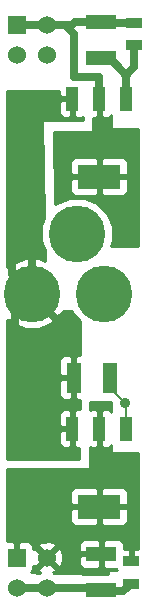
<source format=gtl>
G04 (created by PCBNEW-RS274X (2012-01-19 BZR 3256)-stable) date 15/02/2013 12:54:05*
G01*
G70*
G90*
%MOIN*%
G04 Gerber Fmt 3.4, Leading zero omitted, Abs format*
%FSLAX34Y34*%
G04 APERTURE LIST*
%ADD10C,0.006000*%
%ADD11R,0.050000X0.100000*%
%ADD12R,0.100000X0.050000*%
%ADD13R,0.055000X0.035000*%
%ADD14R,0.060000X0.060000*%
%ADD15C,0.060000*%
%ADD16R,0.144000X0.080000*%
%ADD17R,0.040000X0.080000*%
%ADD18C,0.189000*%
%ADD19C,0.035000*%
%ADD20C,0.025000*%
%ADD21C,0.008000*%
%ADD22C,0.010000*%
G04 APERTURE END LIST*
G54D10*
G54D11*
X68400Y-46250D03*
X69600Y-46250D03*
G54D12*
X69300Y-34400D03*
X69300Y-35600D03*
X69320Y-52130D03*
X69320Y-53330D03*
G54D13*
X70320Y-52375D03*
X70320Y-53125D03*
X70400Y-34425D03*
X70400Y-35175D03*
G54D14*
X66500Y-34500D03*
G54D15*
X66500Y-35500D03*
X67500Y-34500D03*
X67500Y-35500D03*
G54D14*
X66500Y-52250D03*
G54D15*
X66500Y-53250D03*
X67500Y-52250D03*
X67500Y-53250D03*
G54D16*
X69250Y-39550D03*
G54D17*
X69250Y-36950D03*
X68350Y-36950D03*
X70150Y-36950D03*
G54D16*
X69250Y-50550D03*
G54D17*
X69250Y-47950D03*
X68350Y-47950D03*
X70150Y-47950D03*
G54D18*
X69400Y-43450D03*
X67000Y-43450D03*
X68500Y-41450D03*
G54D19*
X70100Y-47100D03*
X70150Y-36150D03*
G54D20*
X68450Y-34400D02*
X68350Y-34500D01*
X68400Y-34800D02*
X68100Y-34500D01*
X68400Y-36225D02*
X68400Y-34800D01*
X68100Y-34500D02*
X67500Y-34500D01*
X66500Y-34500D02*
X67500Y-34500D01*
X69225Y-36225D02*
X68400Y-36225D01*
X69250Y-36950D02*
X69225Y-36225D01*
X67500Y-34500D02*
X68350Y-34500D01*
X69325Y-34425D02*
X69300Y-34400D01*
X70400Y-34425D02*
X69325Y-34425D01*
X69300Y-34400D02*
X68450Y-34400D01*
X70150Y-36150D02*
X70400Y-35900D01*
X66500Y-53250D02*
X67500Y-53250D01*
G54D21*
X70150Y-47150D02*
X70100Y-47100D01*
G54D20*
X69500Y-35500D02*
X70150Y-36150D01*
X70025Y-53350D02*
X70320Y-53125D01*
G54D21*
X70150Y-47950D02*
X70150Y-47150D01*
G54D20*
X68900Y-53250D02*
X69320Y-53330D01*
X70400Y-35900D02*
X70400Y-35175D01*
X69320Y-53330D02*
X70025Y-53350D01*
G54D21*
X69600Y-46600D02*
X70100Y-47100D01*
G54D20*
X69300Y-35600D02*
X69500Y-35500D01*
G54D21*
X69600Y-46600D02*
X69600Y-46250D01*
G54D20*
X70150Y-36950D02*
X70150Y-36150D01*
X67500Y-53250D02*
X68900Y-53250D01*
G54D21*
X67000Y-41650D02*
X66950Y-41600D01*
X67000Y-43450D02*
X67000Y-41650D01*
G54D20*
X67000Y-42000D02*
X67050Y-41950D01*
X67000Y-43450D02*
X67000Y-42000D01*
X66350Y-42800D02*
X67000Y-43450D01*
X66350Y-42250D02*
X66350Y-42800D01*
X66450Y-44000D02*
X67000Y-43450D01*
X66450Y-44850D02*
X66450Y-44000D01*
X67000Y-43500D02*
X67900Y-44400D01*
X67900Y-44400D02*
X67900Y-44450D01*
X67000Y-43450D02*
X67000Y-43500D01*
G54D10*
G36*
X67475Y-43996D02*
X67035Y-43556D01*
X67000Y-43521D01*
X66929Y-43450D01*
X67000Y-43379D01*
X67071Y-43450D01*
X67106Y-43485D01*
X67472Y-43851D01*
X67475Y-43996D01*
X67475Y-43996D01*
G37*
G54D22*
X67475Y-43996D02*
X67035Y-43556D01*
X67000Y-43521D01*
X66929Y-43450D01*
X67000Y-43379D01*
X67071Y-43450D01*
X67106Y-43485D01*
X67472Y-43851D01*
X67475Y-43996D01*
G54D10*
G36*
X68621Y-44361D02*
X68610Y-45500D01*
X68512Y-45500D01*
X68450Y-45562D01*
X68450Y-46150D01*
X68450Y-46200D01*
X68450Y-46300D01*
X68450Y-46350D01*
X68450Y-46938D01*
X68512Y-47000D01*
X68594Y-46999D01*
X68591Y-47300D01*
X68462Y-47300D01*
X68400Y-47362D01*
X68400Y-47850D01*
X68400Y-47900D01*
X68400Y-48000D01*
X68400Y-48050D01*
X68400Y-48538D01*
X68462Y-48600D01*
X68578Y-48599D01*
X68575Y-48950D01*
X68350Y-48950D01*
X68350Y-46938D01*
X68350Y-46300D01*
X68350Y-46200D01*
X68350Y-45562D01*
X68288Y-45500D01*
X68101Y-45501D01*
X68009Y-45539D01*
X67939Y-45609D01*
X67901Y-45700D01*
X67901Y-45799D01*
X67900Y-46138D01*
X67962Y-46200D01*
X68350Y-46200D01*
X68350Y-46300D01*
X67962Y-46300D01*
X67900Y-46362D01*
X67901Y-46701D01*
X67901Y-46800D01*
X67939Y-46891D01*
X68009Y-46961D01*
X68101Y-46999D01*
X68288Y-47000D01*
X68350Y-46938D01*
X68350Y-48950D01*
X68300Y-48950D01*
X68300Y-48538D01*
X68300Y-48000D01*
X68300Y-47900D01*
X68300Y-47362D01*
X68238Y-47300D01*
X68101Y-47301D01*
X68009Y-47339D01*
X67939Y-47409D01*
X67901Y-47500D01*
X67901Y-47599D01*
X67900Y-47838D01*
X67962Y-47900D01*
X68300Y-47900D01*
X68300Y-48000D01*
X67962Y-48000D01*
X67900Y-48062D01*
X67901Y-48301D01*
X67901Y-48400D01*
X67939Y-48491D01*
X68009Y-48561D01*
X68101Y-48599D01*
X68238Y-48600D01*
X68300Y-48538D01*
X68300Y-48950D01*
X66175Y-48950D01*
X66175Y-44346D01*
X66210Y-44381D01*
X66263Y-44327D01*
X66340Y-44444D01*
X66770Y-44622D01*
X67236Y-44621D01*
X67660Y-44444D01*
X67764Y-44285D01*
X67504Y-44025D01*
X67646Y-44025D01*
X67835Y-44214D01*
X67994Y-44110D01*
X68029Y-44025D01*
X68345Y-44025D01*
X68387Y-44126D01*
X68621Y-44361D01*
X68621Y-44361D01*
G37*
G54D22*
X68621Y-44361D02*
X68610Y-45500D01*
X68512Y-45500D01*
X68450Y-45562D01*
X68450Y-46150D01*
X68450Y-46200D01*
X68450Y-46300D01*
X68450Y-46350D01*
X68450Y-46938D01*
X68512Y-47000D01*
X68594Y-46999D01*
X68591Y-47300D01*
X68462Y-47300D01*
X68400Y-47362D01*
X68400Y-47850D01*
X68400Y-47900D01*
X68400Y-48000D01*
X68400Y-48050D01*
X68400Y-48538D01*
X68462Y-48600D01*
X68578Y-48599D01*
X68575Y-48950D01*
X68350Y-48950D01*
X68350Y-46938D01*
X68350Y-46300D01*
X68350Y-46200D01*
X68350Y-45562D01*
X68288Y-45500D01*
X68101Y-45501D01*
X68009Y-45539D01*
X67939Y-45609D01*
X67901Y-45700D01*
X67901Y-45799D01*
X67900Y-46138D01*
X67962Y-46200D01*
X68350Y-46200D01*
X68350Y-46300D01*
X67962Y-46300D01*
X67900Y-46362D01*
X67901Y-46701D01*
X67901Y-46800D01*
X67939Y-46891D01*
X68009Y-46961D01*
X68101Y-46999D01*
X68288Y-47000D01*
X68350Y-46938D01*
X68350Y-48950D01*
X68300Y-48950D01*
X68300Y-48538D01*
X68300Y-48000D01*
X68300Y-47900D01*
X68300Y-47362D01*
X68238Y-47300D01*
X68101Y-47301D01*
X68009Y-47339D01*
X67939Y-47409D01*
X67901Y-47500D01*
X67901Y-47599D01*
X67900Y-47838D01*
X67962Y-47900D01*
X68300Y-47900D01*
X68300Y-48000D01*
X67962Y-48000D01*
X67900Y-48062D01*
X67901Y-48301D01*
X67901Y-48400D01*
X67939Y-48491D01*
X68009Y-48561D01*
X68101Y-48599D01*
X68238Y-48600D01*
X68300Y-48538D01*
X68300Y-48950D01*
X66175Y-48950D01*
X66175Y-44346D01*
X66210Y-44381D01*
X66263Y-44327D01*
X66340Y-44444D01*
X66770Y-44622D01*
X67236Y-44621D01*
X67660Y-44444D01*
X67764Y-44285D01*
X67504Y-44025D01*
X67646Y-44025D01*
X67835Y-44214D01*
X67994Y-44110D01*
X68029Y-44025D01*
X68345Y-44025D01*
X68387Y-44126D01*
X68621Y-44361D01*
G54D10*
G36*
X68700Y-37650D02*
X68300Y-37650D01*
X68300Y-37538D01*
X68300Y-37000D01*
X67962Y-37000D01*
X67900Y-37062D01*
X67901Y-37301D01*
X67901Y-37400D01*
X67939Y-37491D01*
X68009Y-37561D01*
X68101Y-37599D01*
X68238Y-37600D01*
X68300Y-37538D01*
X68300Y-37650D01*
X67349Y-37650D01*
X67414Y-40947D01*
X67305Y-41212D01*
X67305Y-41687D01*
X67435Y-42002D01*
X67442Y-42366D01*
X67230Y-42278D01*
X66764Y-42279D01*
X66340Y-42456D01*
X66263Y-42572D01*
X66210Y-42519D01*
X66175Y-42554D01*
X66175Y-36700D01*
X67900Y-36700D01*
X67900Y-36838D01*
X67962Y-36900D01*
X68250Y-36900D01*
X68300Y-36900D01*
X68400Y-36900D01*
X68400Y-37000D01*
X68400Y-37050D01*
X68400Y-37538D01*
X68462Y-37600D01*
X68599Y-37599D01*
X68691Y-37561D01*
X68700Y-37552D01*
X68700Y-37650D01*
X68700Y-37650D01*
G37*
G54D22*
X68700Y-37650D02*
X68300Y-37650D01*
X68300Y-37538D01*
X68300Y-37000D01*
X67962Y-37000D01*
X67900Y-37062D01*
X67901Y-37301D01*
X67901Y-37400D01*
X67939Y-37491D01*
X68009Y-37561D01*
X68101Y-37599D01*
X68238Y-37600D01*
X68300Y-37538D01*
X68300Y-37650D01*
X67349Y-37650D01*
X67414Y-40947D01*
X67305Y-41212D01*
X67305Y-41687D01*
X67435Y-42002D01*
X67442Y-42366D01*
X67230Y-42278D01*
X66764Y-42279D01*
X66340Y-42456D01*
X66263Y-42572D01*
X66210Y-42519D01*
X66175Y-42554D01*
X66175Y-36700D01*
X67900Y-36700D01*
X67900Y-36838D01*
X67962Y-36900D01*
X68250Y-36900D01*
X68300Y-36900D01*
X68400Y-36900D01*
X68400Y-37000D01*
X68400Y-37050D01*
X68400Y-37538D01*
X68462Y-37600D01*
X68599Y-37599D01*
X68691Y-37561D01*
X68700Y-37552D01*
X68700Y-37650D01*
G54D10*
G36*
X70525Y-51950D02*
X70432Y-51950D01*
X70370Y-52012D01*
X70370Y-52275D01*
X70370Y-52325D01*
X70370Y-52425D01*
X70270Y-52425D01*
X70270Y-52325D01*
X70270Y-52275D01*
X70270Y-52012D01*
X70220Y-51962D01*
X70220Y-50662D01*
X70220Y-50438D01*
X70219Y-50199D01*
X70219Y-50100D01*
X70181Y-50009D01*
X70111Y-49939D01*
X70019Y-49901D01*
X69362Y-49900D01*
X69300Y-49962D01*
X69300Y-50500D01*
X70158Y-50500D01*
X70220Y-50438D01*
X70220Y-50662D01*
X70158Y-50600D01*
X69300Y-50600D01*
X69300Y-51138D01*
X69362Y-51200D01*
X70019Y-51199D01*
X70111Y-51161D01*
X70181Y-51091D01*
X70219Y-51000D01*
X70219Y-50901D01*
X70220Y-50662D01*
X70220Y-51962D01*
X70208Y-51950D01*
X70094Y-51951D01*
X70069Y-51951D01*
X70069Y-51831D01*
X70031Y-51739D01*
X69961Y-51669D01*
X69870Y-51631D01*
X69771Y-51631D01*
X69432Y-51630D01*
X69370Y-51692D01*
X69370Y-52030D01*
X69370Y-52080D01*
X69370Y-52180D01*
X69370Y-52230D01*
X69370Y-52568D01*
X69432Y-52630D01*
X69771Y-52629D01*
X69808Y-52629D01*
X69827Y-52675D01*
X69550Y-52675D01*
X69550Y-52799D01*
X69270Y-52793D01*
X69270Y-52568D01*
X69270Y-52180D01*
X69270Y-52080D01*
X69270Y-51692D01*
X69208Y-51630D01*
X69200Y-51630D01*
X69200Y-51138D01*
X69200Y-50600D01*
X69200Y-50500D01*
X69200Y-49962D01*
X69138Y-49900D01*
X68481Y-49901D01*
X68389Y-49939D01*
X68319Y-50009D01*
X68281Y-50100D01*
X68281Y-50199D01*
X68280Y-50438D01*
X68342Y-50500D01*
X69200Y-50500D01*
X69200Y-50600D01*
X68342Y-50600D01*
X68280Y-50662D01*
X68281Y-50901D01*
X68281Y-51000D01*
X68319Y-51091D01*
X68389Y-51161D01*
X68481Y-51199D01*
X69138Y-51200D01*
X69200Y-51138D01*
X69200Y-51630D01*
X68869Y-51631D01*
X68770Y-51631D01*
X68679Y-51669D01*
X68609Y-51739D01*
X68571Y-51831D01*
X68570Y-52018D01*
X68632Y-52080D01*
X69270Y-52080D01*
X69270Y-52180D01*
X68632Y-52180D01*
X68570Y-52242D01*
X68571Y-52429D01*
X68609Y-52521D01*
X68679Y-52591D01*
X68770Y-52629D01*
X68869Y-52629D01*
X69208Y-52630D01*
X69270Y-52568D01*
X69270Y-52793D01*
X68043Y-52767D01*
X68043Y-52329D01*
X68032Y-52116D01*
X67972Y-51969D01*
X67878Y-51942D01*
X67808Y-52012D01*
X67808Y-51872D01*
X67781Y-51778D01*
X67579Y-51707D01*
X67366Y-51718D01*
X67219Y-51778D01*
X67192Y-51872D01*
X67500Y-52179D01*
X67808Y-51872D01*
X67808Y-52012D01*
X67571Y-52250D01*
X67878Y-52558D01*
X67972Y-52531D01*
X68043Y-52329D01*
X68043Y-52767D01*
X67754Y-52761D01*
X67719Y-52747D01*
X67781Y-52722D01*
X67808Y-52628D01*
X67500Y-52321D01*
X67192Y-52628D01*
X67219Y-52722D01*
X67284Y-52745D01*
X67269Y-52751D01*
X66957Y-52744D01*
X67011Y-52691D01*
X67049Y-52600D01*
X67049Y-52537D01*
X67122Y-52558D01*
X67429Y-52250D01*
X67122Y-51942D01*
X67049Y-51962D01*
X67049Y-51900D01*
X67011Y-51809D01*
X66941Y-51739D01*
X66849Y-51701D01*
X66612Y-51700D01*
X66550Y-51762D01*
X66550Y-52150D01*
X66550Y-52200D01*
X66550Y-52300D01*
X66450Y-52300D01*
X66450Y-52200D01*
X66450Y-52150D01*
X66450Y-51762D01*
X66388Y-51700D01*
X66175Y-51700D01*
X66175Y-49300D01*
X68951Y-49300D01*
X68942Y-48574D01*
X69001Y-48599D01*
X69138Y-48600D01*
X69200Y-48538D01*
X69200Y-48050D01*
X69200Y-48000D01*
X69200Y-47900D01*
X69200Y-47850D01*
X69200Y-47362D01*
X69138Y-47300D01*
X69001Y-47301D01*
X68928Y-47330D01*
X68926Y-47075D01*
X69650Y-47075D01*
X69650Y-47398D01*
X69591Y-47339D01*
X69499Y-47301D01*
X69362Y-47300D01*
X69300Y-47362D01*
X69300Y-47850D01*
X69300Y-47900D01*
X69300Y-48000D01*
X69300Y-48050D01*
X69300Y-48538D01*
X69362Y-48600D01*
X69499Y-48599D01*
X69591Y-48561D01*
X69650Y-48502D01*
X69650Y-48750D01*
X70525Y-48750D01*
X70525Y-51950D01*
X70525Y-51950D01*
G37*
G54D22*
X70525Y-51950D02*
X70432Y-51950D01*
X70370Y-52012D01*
X70370Y-52275D01*
X70370Y-52325D01*
X70370Y-52425D01*
X70270Y-52425D01*
X70270Y-52325D01*
X70270Y-52275D01*
X70270Y-52012D01*
X70220Y-51962D01*
X70220Y-50662D01*
X70220Y-50438D01*
X70219Y-50199D01*
X70219Y-50100D01*
X70181Y-50009D01*
X70111Y-49939D01*
X70019Y-49901D01*
X69362Y-49900D01*
X69300Y-49962D01*
X69300Y-50500D01*
X70158Y-50500D01*
X70220Y-50438D01*
X70220Y-50662D01*
X70158Y-50600D01*
X69300Y-50600D01*
X69300Y-51138D01*
X69362Y-51200D01*
X70019Y-51199D01*
X70111Y-51161D01*
X70181Y-51091D01*
X70219Y-51000D01*
X70219Y-50901D01*
X70220Y-50662D01*
X70220Y-51962D01*
X70208Y-51950D01*
X70094Y-51951D01*
X70069Y-51951D01*
X70069Y-51831D01*
X70031Y-51739D01*
X69961Y-51669D01*
X69870Y-51631D01*
X69771Y-51631D01*
X69432Y-51630D01*
X69370Y-51692D01*
X69370Y-52030D01*
X69370Y-52080D01*
X69370Y-52180D01*
X69370Y-52230D01*
X69370Y-52568D01*
X69432Y-52630D01*
X69771Y-52629D01*
X69808Y-52629D01*
X69827Y-52675D01*
X69550Y-52675D01*
X69550Y-52799D01*
X69270Y-52793D01*
X69270Y-52568D01*
X69270Y-52180D01*
X69270Y-52080D01*
X69270Y-51692D01*
X69208Y-51630D01*
X69200Y-51630D01*
X69200Y-51138D01*
X69200Y-50600D01*
X69200Y-50500D01*
X69200Y-49962D01*
X69138Y-49900D01*
X68481Y-49901D01*
X68389Y-49939D01*
X68319Y-50009D01*
X68281Y-50100D01*
X68281Y-50199D01*
X68280Y-50438D01*
X68342Y-50500D01*
X69200Y-50500D01*
X69200Y-50600D01*
X68342Y-50600D01*
X68280Y-50662D01*
X68281Y-50901D01*
X68281Y-51000D01*
X68319Y-51091D01*
X68389Y-51161D01*
X68481Y-51199D01*
X69138Y-51200D01*
X69200Y-51138D01*
X69200Y-51630D01*
X68869Y-51631D01*
X68770Y-51631D01*
X68679Y-51669D01*
X68609Y-51739D01*
X68571Y-51831D01*
X68570Y-52018D01*
X68632Y-52080D01*
X69270Y-52080D01*
X69270Y-52180D01*
X68632Y-52180D01*
X68570Y-52242D01*
X68571Y-52429D01*
X68609Y-52521D01*
X68679Y-52591D01*
X68770Y-52629D01*
X68869Y-52629D01*
X69208Y-52630D01*
X69270Y-52568D01*
X69270Y-52793D01*
X68043Y-52767D01*
X68043Y-52329D01*
X68032Y-52116D01*
X67972Y-51969D01*
X67878Y-51942D01*
X67808Y-52012D01*
X67808Y-51872D01*
X67781Y-51778D01*
X67579Y-51707D01*
X67366Y-51718D01*
X67219Y-51778D01*
X67192Y-51872D01*
X67500Y-52179D01*
X67808Y-51872D01*
X67808Y-52012D01*
X67571Y-52250D01*
X67878Y-52558D01*
X67972Y-52531D01*
X68043Y-52329D01*
X68043Y-52767D01*
X67754Y-52761D01*
X67719Y-52747D01*
X67781Y-52722D01*
X67808Y-52628D01*
X67500Y-52321D01*
X67192Y-52628D01*
X67219Y-52722D01*
X67284Y-52745D01*
X67269Y-52751D01*
X66957Y-52744D01*
X67011Y-52691D01*
X67049Y-52600D01*
X67049Y-52537D01*
X67122Y-52558D01*
X67429Y-52250D01*
X67122Y-51942D01*
X67049Y-51962D01*
X67049Y-51900D01*
X67011Y-51809D01*
X66941Y-51739D01*
X66849Y-51701D01*
X66612Y-51700D01*
X66550Y-51762D01*
X66550Y-52150D01*
X66550Y-52200D01*
X66550Y-52300D01*
X66450Y-52300D01*
X66450Y-52200D01*
X66450Y-52150D01*
X66450Y-51762D01*
X66388Y-51700D01*
X66175Y-51700D01*
X66175Y-49300D01*
X68951Y-49300D01*
X68942Y-48574D01*
X69001Y-48599D01*
X69138Y-48600D01*
X69200Y-48538D01*
X69200Y-48050D01*
X69200Y-48000D01*
X69200Y-47900D01*
X69200Y-47850D01*
X69200Y-47362D01*
X69138Y-47300D01*
X69001Y-47301D01*
X68928Y-47330D01*
X68926Y-47075D01*
X69650Y-47075D01*
X69650Y-47398D01*
X69591Y-47339D01*
X69499Y-47301D01*
X69362Y-47300D01*
X69300Y-47362D01*
X69300Y-47850D01*
X69300Y-47900D01*
X69300Y-48000D01*
X69300Y-48050D01*
X69300Y-48538D01*
X69362Y-48600D01*
X69499Y-48599D01*
X69591Y-48561D01*
X69650Y-48502D01*
X69650Y-48750D01*
X70525Y-48750D01*
X70525Y-51950D01*
G54D10*
G36*
X70525Y-41850D02*
X70220Y-41850D01*
X70220Y-39662D01*
X70220Y-39438D01*
X70219Y-39199D01*
X70219Y-39100D01*
X70181Y-39009D01*
X70111Y-38939D01*
X70019Y-38901D01*
X69362Y-38900D01*
X69300Y-38962D01*
X69300Y-39500D01*
X70158Y-39500D01*
X70220Y-39438D01*
X70220Y-39662D01*
X70158Y-39600D01*
X69300Y-39600D01*
X69300Y-40138D01*
X69362Y-40200D01*
X70019Y-40199D01*
X70111Y-40161D01*
X70181Y-40091D01*
X70219Y-40000D01*
X70219Y-39901D01*
X70220Y-39662D01*
X70220Y-41850D01*
X69627Y-41850D01*
X69695Y-41688D01*
X69695Y-41213D01*
X69513Y-40774D01*
X69200Y-40460D01*
X69200Y-40138D01*
X69200Y-39600D01*
X69200Y-39500D01*
X69200Y-38962D01*
X69138Y-38900D01*
X68481Y-38901D01*
X68389Y-38939D01*
X68319Y-39009D01*
X68281Y-39100D01*
X68281Y-39199D01*
X68280Y-39438D01*
X68342Y-39500D01*
X69200Y-39500D01*
X69200Y-39600D01*
X68342Y-39600D01*
X68280Y-39662D01*
X68281Y-39901D01*
X68281Y-40000D01*
X68319Y-40091D01*
X68389Y-40161D01*
X68481Y-40199D01*
X69138Y-40200D01*
X69200Y-40138D01*
X69200Y-40460D01*
X69177Y-40437D01*
X68738Y-40255D01*
X68263Y-40255D01*
X67824Y-40437D01*
X67781Y-40479D01*
X67751Y-38050D01*
X69050Y-38050D01*
X69050Y-37599D01*
X69138Y-37600D01*
X69200Y-37538D01*
X69200Y-37050D01*
X69200Y-37000D01*
X69200Y-36900D01*
X69300Y-36900D01*
X69300Y-37000D01*
X69300Y-37050D01*
X69300Y-37538D01*
X69362Y-37600D01*
X69499Y-37599D01*
X69591Y-37561D01*
X69650Y-37502D01*
X69650Y-37950D01*
X70525Y-37950D01*
X70525Y-41850D01*
X70525Y-41850D01*
G37*
G54D22*
X70525Y-41850D02*
X70220Y-41850D01*
X70220Y-39662D01*
X70220Y-39438D01*
X70219Y-39199D01*
X70219Y-39100D01*
X70181Y-39009D01*
X70111Y-38939D01*
X70019Y-38901D01*
X69362Y-38900D01*
X69300Y-38962D01*
X69300Y-39500D01*
X70158Y-39500D01*
X70220Y-39438D01*
X70220Y-39662D01*
X70158Y-39600D01*
X69300Y-39600D01*
X69300Y-40138D01*
X69362Y-40200D01*
X70019Y-40199D01*
X70111Y-40161D01*
X70181Y-40091D01*
X70219Y-40000D01*
X70219Y-39901D01*
X70220Y-39662D01*
X70220Y-41850D01*
X69627Y-41850D01*
X69695Y-41688D01*
X69695Y-41213D01*
X69513Y-40774D01*
X69200Y-40460D01*
X69200Y-40138D01*
X69200Y-39600D01*
X69200Y-39500D01*
X69200Y-38962D01*
X69138Y-38900D01*
X68481Y-38901D01*
X68389Y-38939D01*
X68319Y-39009D01*
X68281Y-39100D01*
X68281Y-39199D01*
X68280Y-39438D01*
X68342Y-39500D01*
X69200Y-39500D01*
X69200Y-39600D01*
X68342Y-39600D01*
X68280Y-39662D01*
X68281Y-39901D01*
X68281Y-40000D01*
X68319Y-40091D01*
X68389Y-40161D01*
X68481Y-40199D01*
X69138Y-40200D01*
X69200Y-40138D01*
X69200Y-40460D01*
X69177Y-40437D01*
X68738Y-40255D01*
X68263Y-40255D01*
X67824Y-40437D01*
X67781Y-40479D01*
X67751Y-38050D01*
X69050Y-38050D01*
X69050Y-37599D01*
X69138Y-37600D01*
X69200Y-37538D01*
X69200Y-37050D01*
X69200Y-37000D01*
X69200Y-36900D01*
X69300Y-36900D01*
X69300Y-37000D01*
X69300Y-37050D01*
X69300Y-37538D01*
X69362Y-37600D01*
X69499Y-37599D01*
X69591Y-37561D01*
X69650Y-37502D01*
X69650Y-37950D01*
X70525Y-37950D01*
X70525Y-41850D01*
M02*

</source>
